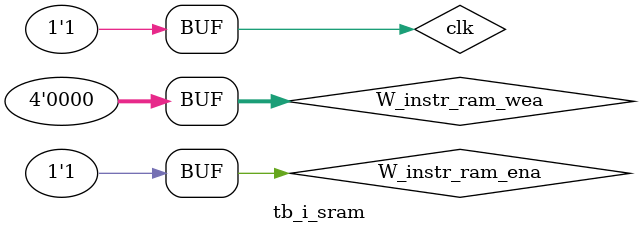
<source format=v>
`timescale 1ns / 1ps


module tb_i_sram();
    reg clk, rst;

    initial begin
        clk = 1'b1;
        repeat (300) begin
            #50 clk = ~clk;
        end
    end

    reg         W_instr_ram_ena;
    reg  [3:0]  W_instr_ram_wea;
    reg  [17:0] W_instr_ram_addr;
    reg  [31:0] W_instr_ram_w_data;
    wire [31:0] W_instr_ram_r_data;

    reg rsta_busy;
    reg rstb_busy;

    reg s_axi_awid;
    reg s_axi_awaddr;
    reg s_axi_awlen;
    reg s_axi_awsize;
    reg s_axi_awburst;
    reg s_axi_awvalid;
    reg s_axi_awready;

    reg s_axi_wdata;
    reg s_axi_wstrb;
    reg s_axi_wlast;
    reg s_axi_wvalid;
    reg s_axi_wready;

    reg s_axi_bid;
    reg s_axi_bresp;
    reg s_axi_bvalid;
    reg s_axi_bready;

    reg s_axi_arid;
    reg s_axi_araddr;
    reg s_axi_arlen;
    reg s_axi_arsize;
    reg s_axi_arburst;
    reg s_axi_arvalid;
    reg s_axi_arready;

    reg s_axi_rid;
    reg s_axi_rdata;
    reg s_axi_rresp;
    reg s_axi_rlast;
    reg s_axi_rvalid;
    reg s_axi_rready;

    cpu_axi_interface ls_axi(
        .clk(clk),
        .resetn(~rst),

        .inst_req()     ,
        .inst_wr()      ,
        .inst_size()    ,
        .inst_addr()    ,
        .inst_wdata()   ,
        .inst_rdata()   ,
        .inst_addr_ok() ,
        .inst_data_ok() ,

        .data_req()     ,
        .data_wr()      ,
        .data_size()    ,
        .data_addr()    ,
        .data_wdata()   ,
        .data_rdata()   ,
        .data_addr_ok() ,
        .data_data_ok() ,

        .arid(s_axi_arid)         ,
        .araddr(s_axi_araddr)       ,
        .arlen(s_axi_arlen)        ,
        .arsize(s_axi_arsize)       ,
        .arburst(s_axi_arburst)      ,
        .arlock()       ,
        .arcache()      ,
        .arprot()       ,
        .arvalid(s_axi_arvalid)      ,
        .arready(s_axi_arready)      ,

        .rid(s_axi_rid)          ,
        .rdata(s_axi_rdata)        ,
        .rresp(s_axi_rresp)        ,
        .rlast(s_axi_rlast)        ,
        .rvalid(s_axi_rvalid)       ,
        .rready(s_axi_rready)       ,   

        .awid(s_axi_awid)         ,
        .awaddr(s_axi_awaddr)       ,
        .awlen(s_axi_awlen)        ,
        .awsize()       ,
        .awburst()      ,
        
        .awlock()       ,
        .awcache()      ,
        .awprot()       ,
        .awvalid()      ,
        .awready()      ,

        .wid()          ,
        .wdata()        ,
        .wstrb()        ,
        .wlast()        ,
        .wvalid()       ,
        .wready()       ,

        .bid()          ,
        .bresp()        ,
        .bvalid()       ,
        .bready()       
        
    );

    AXI_RAM your_instance_name (
        .rsta_busy          (rsta_busy),          // output wire rsta_busy
        .rstb_busy          (rstb_busy),          // output wire rstb_busy
        .s_aclk             (clk),                // input wire s_aclk
        .s_aresetn          (~rst),          // input wire s_aresetn
        .s_axi_awid         (s_axi_awid),        // input wire [3 : 0] s_axi_awid
        .s_axi_awaddr       (s_axi_awaddr),    // input wire [31 : 0] s_axi_awaddr
        .s_axi_awlen        (s_axi_awlen),      // input wire [7 : 0] s_axi_awlen
        .s_axi_awsize       (s_axi_awsize),    // input wire [2 : 0] s_axi_awsize
        .s_axi_awburst      (s_axi_awburst),  // input wire [1 : 0] s_axi_awburst
        .s_axi_awvalid      (s_axi_awvalid),  // input wire s_axi_awvalid
        .s_axi_awready      (s_axi_awready),  // output wire s_axi_awready
        .s_axi_wdata        (s_axi_wdata),      // input wire [31 : 0] s_axi_wdata
        .s_axi_wstrb        (s_axi_wstrb),      // input wire [3 : 0] s_axi_wstrb
        .s_axi_wlast        (s_axi_wlast),      // input wire s_axi_wlast
        .s_axi_wvalid       (s_axi_wvalid),    // input wire s_axi_wvalid
        .s_axi_wready       (s_axi_wready),    // output wire s_axi_wready
        .s_axi_bid          (s_axi_bid),          // output wire [3 : 0] s_axi_bid
        .s_axi_bresp        (s_axi_bresp),      // output wire [1 : 0] s_axi_bresp
        .s_axi_bvalid       (s_axi_bvalid),    // output wire s_axi_bvalid
        .s_axi_bready       (s_axi_bready),    // input wire s_axi_bready
        .s_axi_arid         (s_axi_arid),        // input wire [3 : 0] s_axi_arid
        .s_axi_araddr       (s_axi_araddr),    // input wire [31 : 0] s_axi_araddr
        .s_axi_arlen        (s_axi_arlen),      // input wire [7 : 0] s_axi_arlen
        .s_axi_arsize       (s_axi_arsize),    // input wire [2 : 0] s_axi_arsize
        .s_axi_arburst      (s_axi_arburst),  // input wire [1 : 0] s_axi_arburst
        .s_axi_arvalid      (s_axi_arvalid),  // input wire s_axi_arvalid
        .s_axi_arready      (s_axi_arready),  // output wire s_axi_arready
        .s_axi_rid          (s_axi_rid),          // output wire [3 : 0] s_axi_rid
        .s_axi_rdata        (s_axi_rdata),      // output wire [31 : 0] s_axi_rdata
        .s_axi_rresp        (s_axi_rresp),      // output wire [1 : 0] s_axi_rresp
        .s_axi_rlast        (s_axi_rlast),      // output wire s_axi_rlast
        .s_axi_rvalid       (s_axi_rvalid),    // output wire s_axi_rvalid
        .s_axi_rready       (s_axi_rready)    // input wire s_axi_rready
    );

    always @(posedge clk) begin
        W_instr_ram_addr = W_instr_ram_addr + 32'h1;
    end

    initial begin
        W_instr_ram_ena =   1'b1;
        W_instr_ram_wea =   4'b0000;
    end
endmodule

</source>
